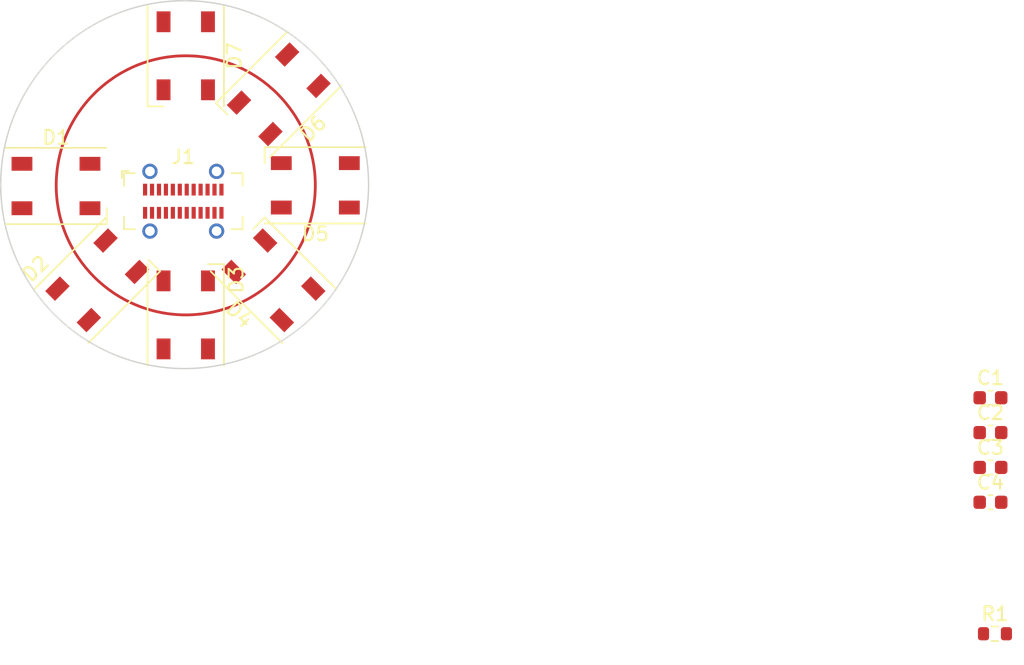
<source format=kicad_pcb>
(kicad_pcb (version 20221018) (generator pcbnew)
  (layers (0 "F.Cu" signal) (31 "B.Cu" signal) (34 "B.Paste" user) (35 "F.Paste" user) (36 "B.SilkS" user "B.Silkscreen") (37 "F.SilkS" user "F.Silkscreen") (38 "B.Mask" user) (39 "F.Mask" user) (44 "Edge.Cuts" user))
  (net 0 "")
  (net 1 "GND")
  (net 2 "Net-(D1-VDD)")
  (net 3 "Net-(D1-VSS)")
  (net 4 "Net-(D1-DIN)")
  (net 5 "Net-(D1-DOUT)")
  (net 6 "Net-(D2-DOUT)")
  (net 7 "Net-(D3-DOUT)")
  (net 8 "Net-(D4-DOUT)")
  (net 9 "Net-(D5-DOUT)")
  (net 10 "Net-(D6-DOUT)")
  (net 11 "Net-(D7-DOUT)")
  (net 12 "Net-(J1-D+-PadA6)")
  (footprint "Resistor_SMD:R_0603_1608Metric" (layer "F.Cu") (at 71.62 45.6)
    (fp_text reference "R1" (at 0 -1.43) (layer "F.SilkS"))
    (fp_text value "220")
    (fp_line (start -0.237258 -0.5225) (end 0.237258 -0.5225) (stroke (width 0.12)) (layer "F.SilkS"))
    (fp_line (start -0.237258 0.5225) (end 0.237258 0.5225) (stroke (width 0.12)) (layer "F.SilkS"))
    (pad "1" smd roundrect (at -0.825 0) (size 0.8 0.95) (layers "F.Cu" "F.Paste" "F.Mask") (net 4 "Net-(D1-DIN)"))
    (pad "2" smd roundrect (at 0.825 0) (size 0.8 0.95) (layers "F.Cu" "F.Paste" "F.Mask") (net 12 "Net-(J1-D+-PadA6)"))
  )
  (footprint "LED_SMD:LED_SK6812_PLCC4_5.0x5.0mm_P3.2mm" (layer "F.Cu") (at 19.651041 20.14 135)
    (fp_text reference "D4" (at 0 -3.5 135) (layer "F.SilkS"))
    (fp_text value "SK6812" hide)
    (fp_line (start -3.65 -2.75) (end 3.65 -2.75) (stroke (width 0.12)) (layer "F.SilkS"))
    (fp_line (start -3.65 2.75) (end 3.65 2.75) (stroke (width 0.12)) (layer "F.SilkS"))
    (fp_line (start 3.65 2.75) (end 3.65 1.6) (stroke (width 0.12)) (layer "F.SilkS"))
    (pad "1" smd rect (at 2.45 1.6 135) (size 1.5 1) (layers "F.Cu" "F.Paste" "F.Mask") (net 3 "Net-(D1-VSS)"))
    (pad "2" smd rect (at 2.45 -1.6 135) (size 1.5 1) (layers "F.Cu" "F.Paste" "F.Mask") (net 7 "Net-(D3-DOUT)"))
    (pad "3" smd rect (at -2.45 -1.6 135) (size 1.5 1) (layers "F.Cu" "F.Paste" "F.Mask") (net 2 "Net-(D1-VDD)"))
    (pad "4" smd rect (at -2.45 1.6 135) (size 1.5 1) (layers "F.Cu" "F.Paste" "F.Mask") (net 8 "Net-(D4-DOUT)"))
  )
  (footprint "Capacitor_SMD:C_0603_1608Metric" (layer "F.Cu") (at 71.295 28.6)
    (fp_text reference "C1" (at 0 -1.43) (layer "F.SilkS"))
    (fp_text value "100nF")
    (fp_line (start -0.14058 -0.51) (end 0.14058 -0.51) (stroke (width 0.12)) (layer "F.SilkS"))
    (fp_line (start -0.14058 0.51) (end 0.14058 0.51) (stroke (width 0.12)) (layer "F.SilkS"))
    (pad "1" smd roundrect (at -0.775 0) (size 0.9 0.95) (layers "F.Cu" "F.Paste" "F.Mask") (net 1 "GND"))
    (pad "2" smd roundrect (at 0.775 0) (size 0.9 0.95) (layers "F.Cu" "F.Paste" "F.Mask") (net 2 "Net-(D1-VDD)"))
  )
  (footprint "Capacitor_SMD:C_0603_1608Metric" (layer "F.Cu") (at 71.295 36.13)
    (fp_text reference "C4" (at 0 -1.43) (layer "F.SilkS"))
    (fp_text value "100nF")
    (fp_line (start -0.14058 -0.51) (end 0.14058 -0.51) (stroke (width 0.12)) (layer "F.SilkS"))
    (fp_line (start -0.14058 0.51) (end 0.14058 0.51) (stroke (width 0.12)) (layer "F.SilkS"))
    (pad "1" smd roundrect (at -0.775 0) (size 0.9 0.95) (layers "F.Cu" "F.Paste" "F.Mask") (net 1 "GND"))
    (pad "2" smd roundrect (at 0.775 0) (size 0.9 0.95) (layers "F.Cu" "F.Paste" "F.Mask") (net 2 "Net-(D1-VDD)"))
  )
  (footprint "LED_SMD:LED_SK6812_PLCC4_5.0x5.0mm_P3.2mm" (layer "F.Cu") (at 13.331041 3.968029 -90)
    (fp_text reference "D7" (at 0 -3.5 90) (layer "F.SilkS"))
    (fp_text value "SK6812" hide)
    (fp_line (start -3.65 -2.75) (end 3.65 -2.75) (stroke (width 0.12)) (layer "F.SilkS"))
    (fp_line (start -3.65 2.75) (end 3.65 2.75) (stroke (width 0.12)) (layer "F.SilkS"))
    (fp_line (start 3.65 2.75) (end 3.65 1.6) (stroke (width 0.12)) (layer "F.SilkS"))
    (pad "1" smd rect (at 2.45 1.6 270) (size 1.5 1) (layers "F.Cu" "F.Paste" "F.Mask") (net 3 "Net-(D1-VSS)"))
    (pad "2" smd rect (at 2.45 -1.6 270) (size 1.5 1) (layers "F.Cu" "F.Paste" "F.Mask") (net 10 "Net-(D6-DOUT)"))
    (pad "3" smd rect (at -2.45 -1.6 270) (size 1.5 1) (layers "F.Cu" "F.Paste" "F.Mask") (net 2 "Net-(D1-VDD)"))
    (pad "4" smd rect (at -2.45 1.6 270) (size 1.5 1) (layers "F.Cu" "F.Paste" "F.Mask") (net 11 "Net-(D7-DOUT)"))
  )
  (footprint "Capacitor_SMD:C_0603_1608Metric" (layer "F.Cu") (at 71.295 31.11)
    (fp_text reference "C2" (at 0 -1.43) (layer "F.SilkS"))
    (fp_text value "100nF")
    (fp_line (start -0.14058 -0.51) (end 0.14058 -0.51) (stroke (width 0.12)) (layer "F.SilkS"))
    (fp_line (start -0.14058 0.51) (end 0.14058 0.51) (stroke (width 0.12)) (layer "F.SilkS"))
    (pad "1" smd roundrect (at -0.775 0) (size 0.9 0.95) (layers "F.Cu" "F.Paste" "F.Mask") (net 1 "GND"))
    (pad "2" smd roundrect (at 0.775 0) (size 0.9 0.95) (layers "F.Cu" "F.Paste" "F.Mask") (net 2 "Net-(D1-VDD)"))
  )
  (footprint "Connector_USB:USB_C_Receptacle_GCT_USB4115-03-C" (layer "F.Cu") (at 13.151041 14.445)
    (fp_text reference "J1" (at 0 -3.2) (layer "F.SilkS"))
    (fp_text value "Female LED Connector (No USB)")
    (fp_line (start -4.42 -2.17) (end -4.42 -1.67) (stroke (width 0.12)) (layer "F.SilkS"))
    (fp_line (start -4.42 -2.17) (end -3.92 -2.17) (stroke (width 0.12)) (layer "F.SilkS"))
    (fp_line (start -4.27 -2.02) (end -4.27 -1.12) (stroke (width 0.12)) (layer "F.SilkS"))
    (fp_line (start -4.27 -2.02) (end -3.47 -2.02) (stroke (width 0.12)) (layer "F.SilkS"))
    (fp_line (start -4.27 2.02) (end -4.27 1.12) (stroke (width 0.12)) (layer "F.SilkS"))
    (fp_line (start -4.27 2.02) (end -3.47 2.02) (stroke (width 0.12)) (layer "F.SilkS"))
    (fp_line (start 4.27 -2.02) (end 3.47 -2.02) (stroke (width 0.12)) (layer "F.SilkS"))
    (fp_line (start 4.27 -2.02) (end 4.27 -1.12) (stroke (width 0.12)) (layer "F.SilkS"))
    (fp_line (start 4.27 2.02) (end 3.47 2.02) (stroke (width 0.12)) (layer "F.SilkS"))
    (fp_line (start 4.27 2.02) (end 4.27 1.12) (stroke (width 0.12)) (layer "F.SilkS"))
    (pad "" np_thru_hole circle (at -3.75 0) (size 0.66 0.66) (drill 0.66) (layers "F&B.Cu" "*.Mask"))
    (pad "" np_thru_hole oval (at 3.75 0) (size 1 0.58) (drill oval 1 0.58) (layers "F&B.Cu" "*.Mask"))
    (pad "A1" smd rect (at -2.75 -0.835) (size 0.3 0.85) (layers "F.Cu" "F.Paste" "F.Mask") (net 3 "Net-(D1-VSS)"))
    (pad "A2" smd rect (at -2.25 -0.835) (size 0.3 0.85) (layers "F.Cu" "F.Paste" "F.Mask"))
    (pad "A3" smd rect (at -1.75 -0.835) (size 0.3 0.85) (layers "F.Cu" "F.Paste" "F.Mask"))
    (pad "A4" smd rect (at -1.25 -0.835) (size 0.3 0.85) (layers "F.Cu" "F.Paste" "F.Mask") (net 2 "Net-(D1-VDD)"))
    (pad "A5" smd rect (at -0.75 -0.835) (size 0.3 0.85) (layers "F.Cu" "F.Paste" "F.Mask"))
    (pad "A6" smd rect (at -0.25 -0.835) (size 0.3 0.85) (layers "F.Cu" "F.Paste" "F.Mask") (net 12 "Net-(J1-D+-PadA6)"))
    (pad "A7" smd rect (at 0.25 -0.835) (size 0.3 0.85) (layers "F.Cu" "F.Paste" "F.Mask"))
    (pad "A8" smd rect (at 0.75 -0.835) (size 0.3 0.85) (layers "F.Cu" "F.Paste" "F.Mask"))
    (pad "A9" smd rect (at 1.25 -0.835) (size 0.3 0.85) (layers "F.Cu" "F.Paste" "F.Mask") (net 2 "Net-(D1-VDD)"))
    (pad "A10" smd rect (at 1.75 -0.835) (size 0.3 0.85) (layers "F.Cu" "F.Paste" "F.Mask"))
    (pad "A11" smd rect (at 2.25 -0.835) (size 0.3 0.85) (layers "F.Cu" "F.Paste" "F.Mask"))
    (pad "A12" smd rect (at 2.75 -0.835) (size 0.3 0.85) (layers "F.Cu" "F.Paste" "F.Mask") (net 3 "Net-(D1-VSS)"))
    (pad "B1" smd rect (at 2.75 0.835) (size 0.3 0.85) (layers "F.Cu" "F.Paste" "F.Mask") (net 3 "Net-(D1-VSS)"))
    (pad "B2" smd rect (at 2.25 0.835) (size 0.3 0.85) (layers "F.Cu" "F.Paste" "F.Mask"))
    (pad "B3" smd rect (at 1.75 0.835) (size 0.3 0.85) (layers "F.Cu" "F.Paste" "F.Mask"))
    (pad "B4" smd rect (at 1.25 0.835) (size 0.3 0.85) (layers "F.Cu" "F.Paste" "F.Mask") (net 2 "Net-(D1-VDD)"))
    (pad "B5" smd rect (at 0.75 0.835) (size 0.3 0.85) (layers "F.Cu" "F.Paste" "F.Mask"))
    (pad "B6" smd rect (at 0.25 0.835) (size 0.3 0.85) (layers "F.Cu" "F.Paste" "F.Mask") (net 12 "Net-(J1-D+-PadA6)"))
    (pad "B7" smd rect (at -0.25 0.835) (size 0.3 0.85) (layers "F.Cu" "F.Paste" "F.Mask"))
    (pad "B8" smd rect (at -0.75 0.835) (size 0.3 0.85) (layers "F.Cu" "F.Paste" "F.Mask"))
    (pad "B9" smd rect (at -1.25 0.835) (size 0.3 0.85) (layers "F.Cu" "F.Paste" "F.Mask") (net 2 "Net-(D1-VDD)"))
    (pad "B10" smd rect (at -1.75 0.835) (size 0.3 0.85) (layers "F.Cu" "F.Paste" "F.Mask"))
    (pad "B11" smd rect (at -2.25 0.835) (size 0.3 0.85) (layers "F.Cu" "F.Paste" "F.Mask"))
    (pad "B12" smd rect (at -2.75 0.835) (size 0.3 0.85) (layers "F.Cu" "F.Paste" "F.Mask") (net 3 "Net-(D1-VSS)"))
    (pad "S1" thru_hole circle (at -2.4 -2.15) (size 1.1 1.1) (drill 0.7) (layers "*.Cu" "*.Mask" "F.Paste") (net 3 "Net-(D1-VSS)"))
    (pad "S1" thru_hole circle (at -2.4 2.15) (size 1.1 1.1) (drill 0.7) (layers "*.Cu" "*.Mask" "F.Paste") (net 3 "Net-(D1-VSS)"))
    (pad "S1" thru_hole circle (at 2.4 -2.15) (size 1.1 1.1) (drill 0.7) (layers "*.Cu" "*.Mask" "F.Paste") (net 3 "Net-(D1-VSS)"))
    (pad "S1" thru_hole circle (at 2.4 2.15) (size 1.1 1.1) (drill 0.7) (layers "*.Cu" "*.Mask" "F.Paste") (net 3 "Net-(D1-VSS)"))
  )
  (footprint "LED_SMD:LED_SK6812_PLCC4_5.0x5.0mm_P3.2mm" (layer "F.Cu") (at 20.031041 6.74 -135)
    (fp_text reference "D6" (at 0 -3.5 45) (layer "F.SilkS"))
    (fp_text value "SK6812")
    (fp_line (start -3.65 -2.75) (end 3.65 -2.75) (stroke (width 0.12)) (layer "F.SilkS"))
    (fp_line (start -3.65 2.75) (end 3.65 2.75) (stroke (width 0.12)) (layer "F.SilkS"))
    (fp_line (start 3.65 2.75) (end 3.65 1.6) (stroke (width 0.12)) (layer "F.SilkS"))
    (pad "1" smd rect (at 2.45 1.6 225) (size 1.5 1) (layers "F.Cu" "F.Paste" "F.Mask") (net 3 "Net-(D1-VSS)"))
    (pad "2" smd rect (at 2.45 -1.6 225) (size 1.5 1) (layers "F.Cu" "F.Paste" "F.Mask") (net 9 "Net-(D5-DOUT)"))
    (pad "3" smd rect (at -2.45 -1.6 225) (size 1.5 1) (layers "F.Cu" "F.Paste" "F.Mask") (net 2 "Net-(D1-VDD)"))
    (pad "4" smd rect (at -2.45 1.6 225) (size 1.5 1) (layers "F.Cu" "F.Paste" "F.Mask") (net 10 "Net-(D6-DOUT)"))
  )
  (footprint "LED_SMD:LED_SK6812_PLCC4_5.0x5.0mm_P3.2mm" (layer "F.Cu") (at 3.981041 13.35)
    (fp_text reference "D1" (at 0 -3.5) (layer "F.SilkS"))
    (fp_text value "SK6812" hide)
    (fp_line (start -3.65 -2.75) (end 3.65 -2.75) (stroke (width 0.12)) (layer "F.SilkS"))
    (fp_line (start -3.65 2.75) (end 3.65 2.75) (stroke (width 0.12)) (layer "F.SilkS"))
    (fp_line (start 3.65 2.75) (end 3.65 1.6) (stroke (width 0.12)) (layer "F.SilkS"))
    (pad "1" smd rect (at 2.45 1.6) (size 1.5 1) (layers "F.Cu" "F.Paste" "F.Mask") (net 3 "Net-(D1-VSS)"))
    (pad "2" smd rect (at 2.45 -1.6) (size 1.5 1) (layers "F.Cu" "F.Paste" "F.Mask") (net 4 "Net-(D1-DIN)"))
    (pad "3" smd rect (at -2.45 -1.6) (size 1.5 1) (layers "F.Cu" "F.Paste" "F.Mask") (net 2 "Net-(D1-VDD)"))
    (pad "4" smd rect (at -2.45 1.6) (size 1.5 1) (layers "F.Cu" "F.Paste" "F.Mask") (net 5 "Net-(D1-DOUT)"))
  )
  (footprint "LED_SMD:LED_SK6812_PLCC4_5.0x5.0mm_P3.2mm" (layer "F.Cu") (at 6.951041 20.14 45)
    (fp_text reference "D2" (at -2.545929 -3.733846 45) (layer "F.SilkS"))
    (fp_text value "SK6812" hide)
    (fp_line (start -3.65 -2.75) (end 3.65 -2.75) (stroke (width 0.12)) (layer "F.SilkS"))
    (fp_line (start -3.65 2.75) (end 3.65 2.75) (stroke (width 0.12)) (layer "F.SilkS"))
    (fp_line (start 3.65 2.75) (end 3.65 1.6) (stroke (width 0.12)) (layer "F.SilkS"))
    (pad "1" smd rect (at 2.45 1.6 45) (size 1.5 1) (layers "F.Cu" "F.Paste" "F.Mask") (net 3 "Net-(D1-VSS)"))
    (pad "2" smd rect (at 2.45 -1.6 45) (size 1.5 1) (layers "F.Cu" "F.Paste" "F.Mask") (net 5 "Net-(D1-DOUT)"))
    (pad "3" smd rect (at -2.45 -1.6 45) (size 1.5 1) (layers "F.Cu" "F.Paste" "F.Mask") (net 2 "Net-(D1-VDD)"))
    (pad "4" smd rect (at -2.45 1.6 45) (size 1.5 1) (layers "F.Cu" "F.Paste" "F.Mask") (net 6 "Net-(D2-DOUT)"))
  )
  (footprint "LED_SMD:LED_SK6812_PLCC4_5.0x5.0mm_P3.2mm" (layer "F.Cu") (at 13.331041 22.631971 90)
    (fp_text reference "D3" (at 2.527276 3.633846 90) (layer "F.SilkS"))
    (fp_text value "SK6812" hide)
    (fp_line (start -3.65 -2.75) (end 3.65 -2.75) (stroke (width 0.12)) (layer "F.SilkS"))
    (fp_line (start -3.65 2.75) (end 3.65 2.75) (stroke (width 0.12)) (layer "F.SilkS"))
    (fp_line (start 3.65 2.75) (end 3.65 1.6) (stroke (width 0.12)) (layer "F.SilkS"))
    (pad "1" smd rect (at 2.45 1.6 90) (size 1.5 1) (layers "F.Cu" "F.Paste" "F.Mask") (net 3 "Net-(D1-VSS)"))
    (pad "2" smd rect (at 2.45 -1.6 90) (size 1.5 1) (layers "F.Cu" "F.Paste" "F.Mask") (net 6 "Net-(D2-DOUT)"))
    (pad "3" smd rect (at -2.45 -1.6 90) (size 1.5 1) (layers "F.Cu" "F.Paste" "F.Mask") (net 2 "Net-(D1-VDD)"))
    (pad "4" smd rect (at -2.45 1.6 90) (size 1.5 1) (layers "F.Cu" "F.Paste" "F.Mask") (net 7 "Net-(D3-DOUT)"))
  )
  (footprint "LED_SMD:LED_SK6812_PLCC4_5.0x5.0mm_P3.2mm" (layer "F.Cu") (at 22.663012 13.3 180)
    (fp_text reference "D5" (at 0 -3.5) (layer "F.SilkS"))
    (fp_text value "SK6812")
    (fp_line (start -3.65 -2.75) (end 3.65 -2.75) (stroke (width 0.12)) (layer "F.SilkS"))
    (fp_line (start -3.65 2.75) (end 3.65 2.75) (stroke (width 0.12)) (layer "F.SilkS"))
    (fp_line (start 3.65 2.75) (end 3.65 1.6) (stroke (width 0.12)) (layer "F.SilkS"))
    (pad "1" smd rect (at 2.45 1.6 180) (size 1.5 1) (layers "F.Cu" "F.Paste" "F.Mask") (net 3 "Net-(D1-VSS)"))
    (pad "2" smd rect (at 2.45 -1.6 180) (size 1.5 1) (layers "F.Cu" "F.Paste" "F.Mask") (net 8 "Net-(D4-DOUT)"))
    (pad "3" smd rect (at -2.45 -1.6 180) (size 1.5 1) (layers "F.Cu" "F.Paste" "F.Mask") (net 2 "Net-(D1-VDD)"))
    (pad "4" smd rect (at -2.45 1.6 180) (size 1.5 1) (layers "F.Cu" "F.Paste" "F.Mask") (net 9 "Net-(D5-DOUT)"))
  )
  (footprint "Capacitor_SMD:C_0603_1608Metric" (layer "F.Cu") (at 71.295 33.62)
    (fp_text reference "C3" (at 0 -1.43) (layer "F.SilkS"))
    (fp_text value "100nF")
    (fp_line (start -0.14058 -0.51) (end 0.14058 -0.51) (stroke (width 0.12)) (layer "F.SilkS"))
    (fp_line (start -0.14058 0.51) (end 0.14058 0.51) (stroke (width 0.12)) (layer "F.SilkS"))
    (pad "1" smd roundrect (at -0.775 0) (size 0.9 0.95) (layers "F.Cu" "F.Paste" "F.Mask") (net 1 "GND"))
    (pad "2" smd roundrect (at 0.775 0) (size 0.9 0.95) (layers "F.Cu" "F.Paste" "F.Mask") (net 2 "Net-(D1-VDD)"))
  )
  (gr_circle (center 13.331041 13.3) (end 22.641041 13.94) (stroke (width 0.2)) (fill none) (layer "F.Cu"))
  (gr_circle (center 13.25 13.25) (end 26.5 13.25) (stroke (width 0.1)) (fill none) (layer "Edge.Cuts"))
)
</source>
